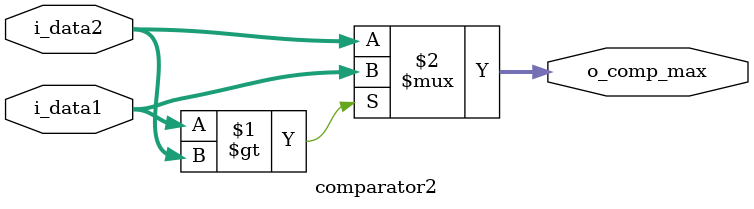
<source format=v>
`timescale 1ns / 1ps

module comparator2 #(parameter BW = 16)
    (
    input [BW-1:0] i_data1,
    input [BW-1:0] i_data2,
    output [BW-1:0] o_comp_max
    );
    assign o_comp_max = (i_data1>i_data2) ? i_data1:i_data2;
endmodule
</source>
